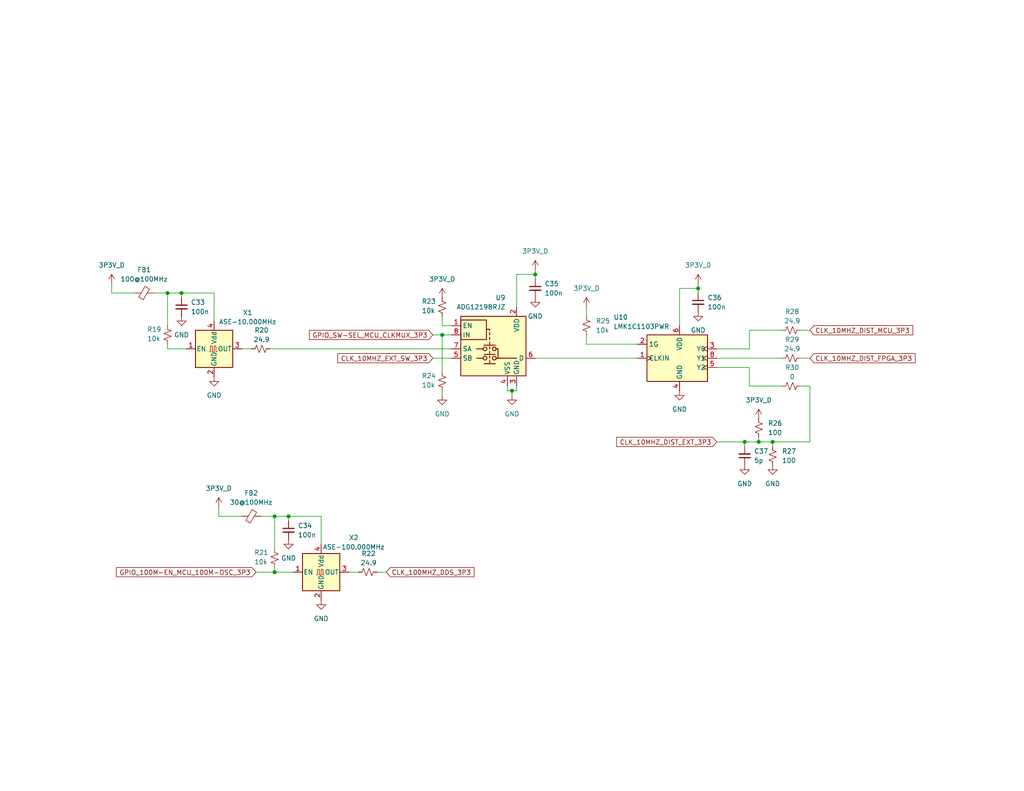
<source format=kicad_sch>
(kicad_sch (version 20231120) (generator "eeschema") (generator_version "8.0")
  (paper "A")
  (title_block (title "ARBITRARY WAVEFORM GENERATOR") (date "2024-09-11") (rev "0.0.1") (company "Tomasz Brzyzek"))
  (lib_symbols
    (symbol "BRZK_CLOCK:LMK1C1103PWR"
      (property "Reference" "U" (at 7.62 11.43 0))
      (property "Value" "LMK1C1103PWR" (at 14.478 8.636 0))
      (symbol "LMK1C1103PWR_0_0"
        (pin input clock (at -11.43 0 0) (length 2.54) (name "CLKIN") (number "1"))
        (pin input line (at -11.43 3.81 0) (length 2.54) (name "1G") (number "2"))
        (pin input clock (at 10.16 2.54 180) (length 2.54) (name "Y0") (number "3"))
        (pin passive line (at 0 -8.89 90) (length 2.54) (name "GND") (number "4"))
        (pin power_in line (at 0 8.89 270) (length 2.54) (name "VDD") (number "6"))
        (pin output clock (at 10.16 0 180) (length 2.54) (name "Y1") (number "8"))
      )
      (symbol "LMK1C1103PWR_1_0"
        (pin output clock (at 10.16 -2.54 180) (length 2.54) (name "Y2") (number "5"))
        (pin no_connect line (at 2.54 -8.89 90) (length 2.54) hide (name "NC") (number "7"))
      )
      (symbol "LMK1C1103PWR_1_1"
        (rectangle (start -8.89 6.35) (end 7.62 -6.35) (stroke (width 0.254)) (fill (type background)))
      )
    )
    (symbol "BRZK_MUX:ADG1219BRJZ"
      (property "Reference" "U" (at 10.922 10.668 0))
      (property "Value" "ADG1219BRJZ" (at 10.922 8.636 0))
      (symbol "ADG1219BRJZ_0_1"
        (rectangle (start -7.62 10.414) (end -0.635 5.08) (stroke (width 0.254)))
        (rectangle (start -7.62 11.43) (end 10.16 -4.826) (stroke (width 0.254)) (fill (type background)))
        (circle (center -1.016 0) (radius 0.508) (stroke (width 0.254)))
        (circle (center -1.016 2.54) (radius 0.508) (stroke (width 0.254)))
        (polyline (pts (xy -1.524 0) (xy -3.302 0)) (stroke (width 0.254)))
        (polyline (pts (xy -1.524 2.54) (xy -3.302 2.54)) (stroke (width 0.254)))
        (polyline (pts (xy -1.27 -1.524) (xy 1.778 -1.524)) (stroke (width 0.254)))
        (polyline (pts (xy -1.27 1.016) (xy 1.778 1.016)) (stroke (width 0.254)))
        (polyline (pts (xy -1.27 3.556) (xy 1.778 3.556)) (stroke (width 0.254)))
        (polyline (pts (xy -0.508 7.874) (xy 0.127 7.874)) (stroke (width 0.254)))
        (polyline (pts (xy 0.254 -1.27) (xy 0.254 -0.635)) (stroke (width 0.254)))
        (polyline (pts (xy 0.254 0) (xy 0.254 0.635)) (stroke (width 0.254)))
        (polyline (pts (xy 0.254 1.27) (xy 0.254 1.905)) (stroke (width 0.254)))
        (polyline (pts (xy 0.254 2.54) (xy 0.254 3.175)) (stroke (width 0.254)))
        (polyline (pts (xy 0.254 3.81) (xy 0.254 4.445)) (stroke (width 0.254)))
        (polyline (pts (xy 0.254 5.08) (xy 0.254 5.715)) (stroke (width 0.254)))
        (polyline (pts (xy 0.254 6.35) (xy 0.254 6.985)) (stroke (width 0.254)))
        (polyline (pts (xy 0.254 7.62) (xy 0.254 7.874)) (stroke (width 0.254)))
        (polyline (pts (xy 2.032 0) (xy 2.54 0)) (stroke (width 0.254)))
        (polyline (pts (xy 2.54 0) (xy 7.62 0)) (stroke (width 0.254)))
        (polyline (pts (xy 1.905 2.54) (xy 2.54 2.54) (xy 2.54 0) (xy 2.032 0)) (stroke (width 0.254)))
        (circle (center 1.524 0) (radius 0.508) (stroke (width 0.254)))
        (circle (center 1.524 2.54) (radius 0.508) (stroke (width 0.254)))
      )
      (symbol "ADG1219BRJZ_1_0"
        (pin bidirectional line (at -10.16 2.54 0) (length 2.54) (name "SA") (number "7"))
        (pin input line (at -10.16 6.35 0) (length 2.54) (name "IN") (number "8"))
      )
      (symbol "ADG1219BRJZ_1_1"
        (pin input line (at -10.16 8.89 0) (length 2.54) (name "EN") (number "1"))
        (pin power_in line (at 7.62 13.97 270) (length 2.54) (name "VDD") (number "2"))
        (pin power_in line (at 7.62 -7.62 90) (length 2.54) (name "GND") (number "3"))
        (pin power_in line (at 5.08 -7.62 90) (length 2.54) (name "VSS") (number "4"))
        (pin bidirectional line (at -10.16 0 0) (length 2.54) (name "SB") (number "5"))
        (pin bidirectional line (at 12.7 0 180) (length 2.54) (name "D") (number "6"))
      )
    )
    (symbol "Device:C_Small" (pin_numbers hide) (pin_names (offset 0.254) hide)
      (property "Reference" "C" (at 0.254 1.778 0))
      (property "Value" "C_Small" (at 0.254 -2.032 0))
      (symbol "C_Small_0_1"
        (polyline (pts (xy -1.524 -0.508) (xy 1.524 -0.508)) (stroke (width 0.3302)))
        (polyline (pts (xy -1.524 0.508) (xy 1.524 0.508)) (stroke (width 0.3048)))
      )
      (symbol "C_Small_1_1"
        (pin passive line (at 0 2.54 270) (length 2.032) (name "~") (number "1"))
        (pin passive line (at 0 -2.54 90) (length 2.032) (name "~") (number "2"))
      )
    )
    (symbol "Device:FerriteBead_Small" (pin_numbers hide) (pin_names (offset 0))
      (property "Reference" "FB" (at 1.905 1.27 0))
      (property "Value" "FerriteBead_Small" (at 1.905 -1.27 0))
      (symbol "FerriteBead_Small_0_1"
        (polyline (pts (xy 0 -1.27) (xy 0 -0.7874)))
        (polyline (pts (xy 0 0.889) (xy 0 1.2954)))
        (polyline (pts (xy -1.8288 0.2794) (xy -1.1176 1.4986) (xy 1.8288 -0.2032) (xy 1.1176 -1.4224) (xy -1.8288 0.2794)))
      )
      (symbol "FerriteBead_Small_1_1"
        (pin passive line (at 0 2.54 270) (length 1.27) (name "~") (number "1"))
        (pin passive line (at 0 -2.54 90) (length 1.27) (name "~") (number "2"))
      )
    )
    (symbol "Device:R_Small_US" (pin_numbers hide) (pin_names (offset 0.254) hide)
      (property "Reference" "R" (at 0.762 0.508 0))
      (property "Value" "R_Small_US" (at 0.762 -1.016 0))
      (symbol "R_Small_US_1_1"
        (polyline (pts (xy 0 0) (xy 1.016 -0.381) (xy 0 -0.762) (xy -1.016 -1.143) (xy 0 -1.524)))
        (polyline (pts (xy 0 1.524) (xy 1.016 1.143) (xy 0 0.762) (xy -1.016 0.381) (xy 0 0)))
        (pin passive line (at 0 2.54 270) (length 1.016) (name "~") (number "1"))
        (pin passive line (at 0 -2.54 90) (length 1.016) (name "~") (number "2"))
      )
    )
    (symbol "Oscillator:ASE-xxxMHz" (pin_names (offset 0.254))
      (property "Reference" "X" (at -5.08 6.35 0))
      (property "Value" "ASE-xxxMHz" (at 1.27 -6.35 0))
      (symbol "ASE-xxxMHz_0_1"
        (rectangle (start -5.08 5.08) (end 5.08 -5.08) (stroke (width 0.254)) (fill (type background)))
        (polyline (pts (xy -1.27 -0.762) (xy -1.016 -0.762) (xy -1.016 0.762) (xy -0.508 0.762) (xy -0.508 -0.762) (xy 0 -0.762) (xy 0 0.762) (xy 0.508 0.762) (xy 0.508 -0.762) (xy 0.762 -0.762)))
      )
      (symbol "ASE-xxxMHz_1_1"
        (pin input line (at -7.62 0 0) (length 2.54) (name "EN") (number "1"))
        (pin power_in line (at 0 -7.62 90) (length 2.54) (name "GND") (number "2"))
        (pin output line (at 7.62 0 180) (length 2.54) (name "OUT") (number "3"))
        (pin power_in line (at 0 7.62 270) (length 2.54) (name "Vdd") (number "4"))
      )
    )
    (symbol "power:+3V3" (power) (pin_numbers hide) (pin_names (offset 0) hide)
      (property "Value" "+3V3" (at 0 3.556 0))
      (symbol "+3V3_0_1"
        (polyline (pts (xy -0.762 1.27) (xy 0 2.54)))
        (polyline (pts (xy 0 0) (xy 0 2.54)))
        (polyline (pts (xy 0 2.54) (xy 0.762 1.27)))
      )
      (symbol "+3V3_1_1"
        (pin power_in line (at 0 0 90) (length 0) (name "~") (number "1"))
      )
    )
    (symbol "power:GND" (power) (pin_numbers hide) (pin_names (offset 0) hide)
      (property "Value" "GND" (at 0 -3.81 0))
      (symbol "GND_0_1"
        (polyline (pts (xy 0 0) (xy 0 -1.27) (xy 1.27 -1.27) (xy 0 -2.54) (xy -1.27 -1.27) (xy 0 -1.27)))
      )
      (symbol "GND_1_1"
        (pin power_in line (at 0 0 270) (length 0) (name "~") (number "1"))
      )
    )
  )
  (junction (at 74.93 140.97))
  (junction (at 207.01 120.65))
  (junction (at 190.5 78.74))
  (junction (at 210.82 120.65))
  (junction (at 146.05 74.93))
  (junction (at 74.93 156.21))
  (junction (at 203.2 120.65))
  (junction (at 49.53 80.01))
  (junction (at 120.65 91.44))
  (junction (at 78.74 140.97))
  (junction (at 139.7 106.68))
  (junction (at 45.72 80.01))
  (wire (pts (xy 45.72 80.01) (xy 45.72 88.9)))
  (wire (pts (xy 45.72 95.25) (xy 45.72 93.98)))
  (wire (pts (xy 95.25 156.21) (xy 97.79 156.21)))
  (wire (pts (xy 49.53 80.01) (xy 58.42 80.01)))
  (wire (pts (xy 69.85 156.21) (xy 74.93 156.21)))
  (wire (pts (xy 190.5 80.01) (xy 190.5 78.74)))
  (wire (pts (xy 203.2 120.65) (xy 203.2 121.92)))
  (wire (pts (xy 87.63 140.97) (xy 87.63 148.59)))
  (wire (pts (xy 195.58 97.79) (xy 213.36 97.79)))
  (wire (pts (xy 73.66 95.25) (xy 123.19 95.25)))
  (wire (pts (xy 123.19 88.9) (xy 120.65 88.9)))
  (wire (pts (xy 195.58 100.33) (xy 204.47 100.33)))
  (wire (pts (xy 160.02 83.82) (xy 160.02 86.36)))
  (wire (pts (xy 185.42 78.74) (xy 185.42 88.9)))
  (wire (pts (xy 220.98 90.17) (xy 218.44 90.17)))
  (wire (pts (xy 210.82 120.65) (xy 210.82 121.92)))
  (wire (pts (xy 207.01 120.65) (xy 210.82 120.65)))
  (wire (pts (xy 140.97 105.41) (xy 140.97 106.68)))
  (wire (pts (xy 66.04 95.25) (xy 68.58 95.25)))
  (wire (pts (xy 195.58 120.65) (xy 203.2 120.65)))
  (wire (pts (xy 120.65 101.6) (xy 120.65 91.44)))
  (wire (pts (xy 71.12 140.97) (xy 74.93 140.97)))
  (wire (pts (xy 203.2 120.65) (xy 207.01 120.65)))
  (wire (pts (xy 146.05 74.93) (xy 140.97 74.93)))
  (wire (pts (xy 173.99 93.98) (xy 160.02 93.98)))
  (wire (pts (xy 204.47 95.25) (xy 195.58 95.25)))
  (wire (pts (xy 80.01 156.21) (xy 74.93 156.21)))
  (wire (pts (xy 74.93 156.21) (xy 74.93 154.94)))
  (wire (pts (xy 120.65 88.9) (xy 120.65 86.36)))
  (wire (pts (xy 220.98 120.65) (xy 210.82 120.65)))
  (wire (pts (xy 59.69 140.97) (xy 59.69 138.43)))
  (wire (pts (xy 139.7 107.95) (xy 139.7 106.68)))
  (wire (pts (xy 36.83 80.01) (xy 30.48 80.01)))
  (wire (pts (xy 120.65 106.68) (xy 120.65 107.95)))
  (wire (pts (xy 41.91 80.01) (xy 45.72 80.01)))
  (wire (pts (xy 218.44 105.41) (xy 220.98 105.41)))
  (wire (pts (xy 190.5 77.47) (xy 190.5 78.74)))
  (wire (pts (xy 120.65 91.44) (xy 123.19 91.44)))
  (wire (pts (xy 30.48 80.01) (xy 30.48 77.47)))
  (wire (pts (xy 213.36 90.17) (xy 204.47 90.17)))
  (wire (pts (xy 45.72 80.01) (xy 49.53 80.01)))
  (wire (pts (xy 139.7 106.68) (xy 138.43 106.68)))
  (wire (pts (xy 204.47 100.33) (xy 204.47 105.41)))
  (wire (pts (xy 50.8 95.25) (xy 45.72 95.25)))
  (wire (pts (xy 118.11 97.79) (xy 123.19 97.79)))
  (wire (pts (xy 74.93 140.97) (xy 74.93 149.86)))
  (wire (pts (xy 49.53 81.28) (xy 49.53 80.01)))
  (wire (pts (xy 139.7 106.68) (xy 140.97 106.68)))
  (wire (pts (xy 146.05 97.79) (xy 173.99 97.79)))
  (wire (pts (xy 58.42 80.01) (xy 58.42 87.63)))
  (wire (pts (xy 118.11 91.44) (xy 120.65 91.44)))
  (wire (pts (xy 78.74 140.97) (xy 87.63 140.97)))
  (wire (pts (xy 138.43 106.68) (xy 138.43 105.41)))
  (wire (pts (xy 220.98 97.79) (xy 218.44 97.79)))
  (wire (pts (xy 140.97 74.93) (xy 140.97 83.82)))
  (wire (pts (xy 102.87 156.21) (xy 105.41 156.21)))
  (wire (pts (xy 146.05 76.2) (xy 146.05 74.93)))
  (wire (pts (xy 66.04 140.97) (xy 59.69 140.97)))
  (wire (pts (xy 204.47 90.17) (xy 204.47 95.25)))
  (wire (pts (xy 160.02 93.98) (xy 160.02 91.44)))
  (wire (pts (xy 220.98 105.41) (xy 220.98 120.65)))
  (wire (pts (xy 207.01 119.38) (xy 207.01 120.65)))
  (wire (pts (xy 74.93 140.97) (xy 78.74 140.97)))
  (wire (pts (xy 146.05 73.66) (xy 146.05 74.93)))
  (wire (pts (xy 78.74 142.24) (xy 78.74 140.97)))
  (wire (pts (xy 204.47 105.41) (xy 213.36 105.41)))
  (wire (pts (xy 190.5 78.74) (xy 185.42 78.74)))
  (global_label "CLK_10MHZ_DIST_MCU_3P3" (shape input) (at 220.98 90.17 0) (property "Intersheetrefs" "${INTERSHEET_REFS}" (effects (hide yes))))
  (global_label "CLK_10MHZ_DIST_FPGA_3P3" (shape input) (at 220.98 97.79 0) (property "Intersheetrefs" "${INTERSHEET_REFS}" (effects (hide yes))))
  (global_label "CLK_100MHZ_DDS_3P3" (shape input) (at 105.41 156.21 0) (property "Intersheetrefs" "${INTERSHEET_REFS}" (effects (hide yes))))
  (global_label "CLK_10MHZ_EXT_SW_3P3" (shape input) (at 118.11 97.79 180) (property "Intersheetrefs" "${INTERSHEET_REFS}" (effects (hide yes))))
  (global_label "CLK_10MHZ_DIST_EXT_3P3" (shape input) (at 195.58 120.65 180) (property "Intersheetrefs" "${INTERSHEET_REFS}" (effects (hide yes))))
  (global_label "GPIO_SW-SEL_MCU_CLKMUX_3P3" (shape input) (at 118.11 91.44 180) (property "Intersheetrefs" "${INTERSHEET_REFS}" (effects (hide yes))))
  (global_label "GPIO_100M-EN_MCU_100M-OSC_3P3" (shape input) (at 69.85 156.21 180) (property "Intersheetrefs" "${INTERSHEET_REFS}" (effects (hide yes))))
  (symbol (lib_id "Device:R_Small_US") (at 215.9 97.79 270) (unit 1)
    (property "Reference" "R29" (at 216.154 92.71 90))
    (property "Value" "24.9" (at 216.154 95.25 90))
    (property "Footprint" "Resistor_SMD:R_0603_1608Metric" (effects (hide yes)))
    (property "Description" "Resistor, small US symbol" (effects (hide yes)))
    (property "LCSC" "C22916" (effects (hide yes)))
    (property "Part Number" "0603WAF249JT5E" (effects (hide yes)))
  )
  (symbol (lib_id "Device:C_Small") (at 49.53 83.82 0) (unit 1)
    (property "Reference" "C33" (at 52.07 82.5563 0) (effects (justify left)))
    (property "Value" "100n" (at 52.07 85.0963 0) (effects (justify left)))
    (property "Footprint" "Capacitor_SMD:C_0603_1608Metric" (effects (hide yes)))
    (property "Description" "Unpolarized capacitor, small symbol" (effects (hide yes)))
    (property "Part Number" "CL10B104JB8NNNC" (effects (hide yes)))
    (property "LCSC" "C24452" (effects (hide yes)))
  )
  (symbol (lib_id "power:GND") (at 49.53 86.36 0) (unit 1)
    (property "Reference" "#PWR073" (effects (hide yes)))
    (property "Value" "GND" (at 49.53 91.44 0))
    (property "Description" "Power symbol creates a global label with name \"GND\" , ground" (effects (hide yes)))
  )
  (symbol (lib_id "power:+3V3") (at 190.5 77.47 0) (unit 1)
    (property "Reference" "#PWR085" (effects (hide yes)))
    (property "Value" "3P3V_D" (at 190.5 72.39 0))
    (property "Description" "Power symbol creates a global label with name \"+3V3\"" (effects (hide yes)))
  )
  (symbol (lib_id "power:+3V3") (at 120.65 81.28 0) (unit 1)
    (property "Reference" "#PWR078" (effects (hide yes)))
    (property "Value" "3P3V_D" (at 120.65 76.2 0))
    (property "Description" "Power symbol creates a global label with name \"+3V3\"" (effects (hide yes)))
  )
  (symbol (lib_id "power:GND") (at 58.42 102.87 0) (unit 1)
    (property "Reference" "#PWR074" (effects (hide yes)))
    (property "Value" "GND" (at 58.42 107.95 0))
    (property "Description" "Power symbol creates a global label with name \"GND\" , ground" (effects (hide yes)))
  )
  (symbol (lib_id "power:+3V3") (at 207.01 114.3 0) (unit 1)
    (property "Reference" "#PWR088" (effects (hide yes)))
    (property "Value" "3P3V_D" (at 207.01 109.22 0))
    (property "Description" "Power symbol creates a global label with name \"+3V3\"" (effects (hide yes)))
  )
  (symbol (lib_id "power:GND") (at 203.2 127 0) (unit 1)
    (property "Reference" "#PWR087" (effects (hide yes)))
    (property "Value" "GND" (at 203.2 132.08 0))
    (property "Description" "Power symbol creates a global label with name \"GND\" , ground" (effects (hide yes)))
  )
  (symbol (lib_id "power:GND") (at 78.74 147.32 0) (unit 1)
    (property "Reference" "#PWR076" (effects (hide yes)))
    (property "Value" "GND" (at 78.74 152.4 0))
    (property "Description" "Power symbol creates a global label with name \"GND\" , ground" (effects (hide yes)))
  )
  (symbol (lib_id "Device:R_Small_US") (at 120.65 104.14 180) (unit 1)
    (property "Reference" "R24" (at 115.062 102.616 0) (effects (justify right)))
    (property "Value" "10k" (at 115.062 105.156 0) (effects (justify right)))
    (property "Footprint" "Resistor_SMD:R_0603_1608Metric" (effects (hide yes)))
    (property "Description" "Resistor, small US symbol" (effects (hide yes)))
    (property "Part Number" "0603WAF1002T5E" (effects (hide yes)))
    (property "LCSC" "C25804" (effects (hide yes)))
  )
  (symbol (lib_id "power:GND") (at 210.82 127 0) (unit 1)
    (property "Reference" "#PWR089" (effects (hide yes)))
    (property "Value" "GND" (at 210.82 132.08 0))
    (property "Description" "Power symbol creates a global label with name \"GND\" , ground" (effects (hide yes)))
  )
  (symbol (lib_id "Device:R_Small_US") (at 71.12 95.25 270) (unit 1)
    (property "Reference" "R20" (at 71.374 90.17 90))
    (property "Value" "24.9" (at 71.374 92.71 90))
    (property "Footprint" "Resistor_SMD:R_0603_1608Metric" (effects (hide yes)))
    (property "Description" "Resistor, small US symbol" (effects (hide yes)))
    (property "LCSC" "C22916" (effects (hide yes)))
    (property "Part Number" "0603WAF249JT5E" (effects (hide yes)))
  )
  (symbol (lib_id "power:GND") (at 185.42 106.68 0) (unit 1)
    (property "Reference" "#PWR084" (effects (hide yes)))
    (property "Value" "GND" (at 185.42 111.76 0))
    (property "Description" "Power symbol creates a global label with name \"GND\" , ground" (effects (hide yes)))
  )
  (symbol (lib_id "Oscillator:ASE-xxxMHz") (at 58.42 95.25 0) (unit 1)
    (property "Reference" "X1" (at 67.564 85.344 0))
    (property "Value" "ASE-10.000MHz" (at 67.564 87.884 0))
    (property "Footprint" "Oscillator:Oscillator_SMD_Abracon_ASE-4Pin_3.2x2.5mm" (effects (hide yes)))
    (property "Datasheet" "http://www.abracon.com/Oscillators/ASV.pdf" (effects (hide yes)))
    (property "Description" "3.3V CMOS SMD Crystal Clock Oscillator, Abracon" (effects (hide yes)))
    (property "Part Number" "ASE-10.000MHz" (effects (hide yes)))
  )
  (symbol (lib_id "BRZK_MUX:ADG1219BRJZ") (at 133.35 97.79 0) (unit 1)
    (property "Reference" "U9" (at 137.9535 81.28 0) (effects (justify right)))
    (property "Value" "ADG1219BRJZ" (at 137.9535 83.82 0) (effects (justify right)))
    (property "Footprint" "Package_TO_SOT_SMD:SOT-23-8" (effects (hide yes)))
    (property "Datasheet" "https://www.analog.com/media/en/technical-documentation/data-sheets/ADG1219.pdf" (effects (hide yes)))
    (property "Description" "Low Capacitance, Low Charge Injection, ±15 V/12 V iCMOS® SPDT in SOT-23" (effects (hide yes)))
    (property "Part Number" "ADG1219BRJZ" (effects (hide yes)))
    (property "LCSC" "C579007" (effects (hide yes)))
  )
  (symbol (lib_id "Device:R_Small_US") (at 210.82 124.46 180) (unit 1)
    (property "Reference" "R27" (at 213.36 123.1899 0) (effects (justify right)))
    (property "Value" "100" (at 213.36 125.7299 0) (effects (justify right)))
    (property "Footprint" "Resistor_SMD:R_0603_1608Metric" (effects (hide yes)))
    (property "Description" "Resistor, small US symbol" (effects (hide yes)))
    (property "LCSC" " C105588" (effects (hide yes)))
    (property "Part Number" "RC0603FR-07100RL" (effects (hide yes)))
  )
  (symbol (lib_id "Device:C_Small") (at 203.2 124.46 180) (unit 1)
    (property "Reference" "C37" (at 205.74 123.1835 0) (effects (justify right)))
    (property "Value" "5p" (at 205.74 125.7235 0) (effects (justify right)))
    (property "Footprint" "Capacitor_SMD:C_0603_1608Metric" (effects (hide yes)))
    (property "Description" "Unpolarized capacitor, small symbol" (effects (hide yes)))
    (property "LCSC" "C327203" (effects (hide yes)))
    (property "Part Number" "CC0603CRNPO9BN5R0" (effects (hide yes)))
  )
  (symbol (lib_id "power:GND") (at 139.7 107.95 0) (unit 1)
    (property "Reference" "#PWR080" (effects (hide yes)))
    (property "Value" "GND" (at 139.7 113.03 0))
    (property "Description" "Power symbol creates a global label with name \"GND\" , ground" (effects (hide yes)))
  )
  (symbol (lib_id "Device:R_Small_US") (at 160.02 88.9 180) (unit 1)
    (property "Reference" "R25" (at 162.56 87.6299 0) (effects (justify right)))
    (property "Value" "10k" (at 162.56 90.1699 0) (effects (justify right)))
    (property "Footprint" "Resistor_SMD:R_0603_1608Metric" (effects (hide yes)))
    (property "Description" "Resistor, small US symbol" (effects (hide yes)))
    (property "Part Number" "0603WAF1002T5E" (effects (hide yes)))
    (property "LCSC" "C25804" (effects (hide yes)))
  )
  (symbol (lib_id "power:GND") (at 120.65 107.95 0) (unit 1)
    (property "Reference" "#PWR079" (effects (hide yes)))
    (property "Value" "GND" (at 120.65 113.03 0))
    (property "Description" "Power symbol creates a global label with name \"GND\" , ground" (effects (hide yes)))
  )
  (symbol (lib_id "power:GND") (at 87.63 163.83 0) (unit 1)
    (property "Reference" "#PWR077" (effects (hide yes)))
    (property "Value" "GND" (at 87.63 168.91 0))
    (property "Description" "Power symbol creates a global label with name \"GND\" , ground" (effects (hide yes)))
  )
  (symbol (lib_id "power:+3V3") (at 59.69 138.43 0) (unit 1)
    (property "Reference" "#PWR075" (effects (hide yes)))
    (property "Value" "3P3V_D" (at 59.69 133.35 0))
    (property "Description" "Power symbol creates a global label with name \"+3V3\"" (effects (hide yes)))
  )
  (symbol (lib_id "Device:C_Small") (at 78.74 144.78 0) (unit 1)
    (property "Reference" "C34" (at 81.28 143.5163 0) (effects (justify left)))
    (property "Value" "100n" (at 81.28 146.0563 0) (effects (justify left)))
    (property "Footprint" "Capacitor_SMD:C_0603_1608Metric" (effects (hide yes)))
    (property "Description" "Unpolarized capacitor, small symbol" (effects (hide yes)))
    (property "Part Number" "CL10B104JB8NNNC" (effects (hide yes)))
    (property "LCSC" "C24452" (effects (hide yes)))
  )
  (symbol (lib_id "Device:R_Small_US") (at 74.93 152.4 180) (unit 1)
    (property "Reference" "R21" (at 69.342 150.876 0) (effects (justify right)))
    (property "Value" "10k" (at 69.342 153.416 0) (effects (justify right)))
    (property "Footprint" "Resistor_SMD:R_0603_1608Metric" (effects (hide yes)))
    (property "Description" "Resistor, small US symbol" (effects (hide yes)))
    (property "Part Number" "0603WAF1002T5E" (effects (hide yes)))
    (property "LCSC" "C25804" (effects (hide yes)))
  )
  (symbol (lib_id "power:+3V3") (at 160.02 83.82 0) (unit 1)
    (property "Reference" "#PWR083" (effects (hide yes)))
    (property "Value" "3P3V_D" (at 160.02 78.74 0))
    (property "Description" "Power symbol creates a global label with name \"+3V3\"" (effects (hide yes)))
  )
  (symbol (lib_id "power:+3V3") (at 146.05 73.66 0) (unit 1)
    (property "Reference" "#PWR081" (effects (hide yes)))
    (property "Value" "3P3V_D" (at 146.05 68.58 0))
    (property "Description" "Power symbol creates a global label with name \"+3V3\"" (effects (hide yes)))
  )
  (symbol (lib_id "Device:R_Small_US") (at 100.33 156.21 270) (unit 1)
    (property "Reference" "R22" (at 100.584 151.13 90))
    (property "Value" "24.9" (at 100.584 153.67 90))
    (property "Footprint" "Resistor_SMD:R_0603_1608Metric" (effects (hide yes)))
    (property "Description" "Resistor, small US symbol" (effects (hide yes)))
    (property "LCSC" "C22916" (effects (hide yes)))
    (property "Part Number" "0603WAF249JT5E" (effects (hide yes)))
  )
  (symbol (lib_id "power:GND") (at 190.5 85.09 0) (unit 1)
    (property "Reference" "#PWR086" (effects (hide yes)))
    (property "Value" "GND" (at 190.5 90.17 0))
    (property "Description" "Power symbol creates a global label with name \"GND\" , ground" (effects (hide yes)))
  )
  (symbol (lib_id "Device:R_Small_US") (at 215.9 105.41 270) (unit 1)
    (property "Reference" "R30" (at 216.154 100.33 90))
    (property "Value" "0" (at 216.154 102.87 90))
    (property "Footprint" "Resistor_SMD:R_0603_1608Metric" (effects (hide yes)))
    (property "Description" "Resistor, small US symbol" (effects (hide yes)))
    (property "LCSC" "C15402" (effects (hide yes)))
    (property "Part Number" "0603WAJ0000T5E" (effects (hide yes)))
  )
  (symbol (lib_id "Device:R_Small_US") (at 120.65 83.82 180) (unit 1)
    (property "Reference" "R23" (at 115.062 82.296 0) (effects (justify right)))
    (property "Value" "10k" (at 115.062 84.836 0) (effects (justify right)))
    (property "Footprint" "Resistor_SMD:R_0603_1608Metric" (effects (hide yes)))
    (property "Description" "Resistor, small US symbol" (effects (hide yes)))
    (property "Part Number" "0603WAF1002T5E" (effects (hide yes)))
    (property "LCSC" "C25804" (effects (hide yes)))
  )
  (symbol (lib_id "Device:FerriteBead_Small") (at 39.37 80.01 90) (unit 1)
    (property "Reference" "FB1" (at 39.3319 73.66 90))
    (property "Value" "100@100MHz" (at 39.3319 76.2 90))
    (property "Footprint" "Inductor_SMD:L_0603_1608Metric" (effects (hide yes)))
    (property "Description" "Ferrite bead, small symbol" (effects (hide yes)))
    (property "Part Number" "FBMA_11_160808101A20T" (effects (hide yes)))
    (property "LCSC" "C491555" (effects (hide yes)))
  )
  (symbol (lib_id "Device:R_Small_US") (at 45.72 91.44 180) (unit 1)
    (property "Reference" "R19" (at 40.132 89.916 0) (effects (justify right)))
    (property "Value" "10k" (at 40.132 92.456 0) (effects (justify right)))
    (property "Footprint" "Resistor_SMD:R_0603_1608Metric" (effects (hide yes)))
    (property "Description" "Resistor, small US symbol" (effects (hide yes)))
    (property "Part Number" "0603WAF1002T5E" (effects (hide yes)))
    (property "LCSC" "C25804" (effects (hide yes)))
  )
  (symbol (lib_id "Device:R_Small_US") (at 215.9 90.17 270) (unit 1)
    (property "Reference" "R28" (at 216.154 85.09 90))
    (property "Value" "24.9" (at 216.154 87.63 90))
    (property "Footprint" "Resistor_SMD:R_0603_1608Metric" (effects (hide yes)))
    (property "Description" "Resistor, small US symbol" (effects (hide yes)))
    (property "LCSC" "C22916" (effects (hide yes)))
    (property "Part Number" "0603WAF249JT5E" (effects (hide yes)))
  )
  (symbol (lib_id "Device:C_Small") (at 146.05 78.74 0) (unit 1)
    (property "Reference" "C35" (at 148.59 77.4763 0) (effects (justify left)))
    (property "Value" "100n" (at 148.59 80.0163 0) (effects (justify left)))
    (property "Footprint" "Capacitor_SMD:C_0603_1608Metric" (effects (hide yes)))
    (property "Description" "Unpolarized capacitor, small symbol" (effects (hide yes)))
    (property "Part Number" "CL10B104JB8NNNC" (effects (hide yes)))
    (property "LCSC" "C24452" (effects (hide yes)))
  )
  (symbol (lib_id "Device:FerriteBead_Small") (at 68.58 140.97 90) (unit 1)
    (property "Reference" "FB2" (at 68.5419 134.62 90))
    (property "Value" "30@100MHz" (at 68.5419 137.16 90))
    (property "Footprint" "Inductor_SMD:L_0603_1608Metric" (effects (hide yes)))
    (property "Description" "Ferrite bead, small symbol" (effects (hide yes)))
    (property "Part Number" "FBMA-11-160808-300A25T" (effects (hide yes)))
    (property "LCSC" "C491547" (effects (hide yes)))
  )
  (symbol (lib_id "Device:R_Small_US") (at 207.01 116.84 180) (unit 1)
    (property "Reference" "R26" (at 209.55 115.5699 0) (effects (justify right)))
    (property "Value" "100" (at 209.55 118.1099 0) (effects (justify right)))
    (property "Footprint" "Resistor_SMD:R_0603_1608Metric" (effects (hide yes)))
    (property "Description" "Resistor, small US symbol" (effects (hide yes)))
    (property "LCSC" " C105588" (effects (hide yes)))
    (property "Part Number" "RC0603FR-07100RL" (effects (hide yes)))
  )
  (symbol (lib_id "Device:C_Small") (at 190.5 82.55 0) (unit 1)
    (property "Reference" "C36" (at 193.04 81.2863 0) (effects (justify left)))
    (property "Value" "100n" (at 193.04 83.8263 0) (effects (justify left)))
    (property "Footprint" "Capacitor_SMD:C_0603_1608Metric" (effects (hide yes)))
    (property "Description" "Unpolarized capacitor, small symbol" (effects (hide yes)))
    (property "Part Number" "CL10B104JB8NNNC" (effects (hide yes)))
    (property "LCSC" "C24452" (effects (hide yes)))
  )
  (symbol (lib_id "Oscillator:ASE-xxxMHz") (at 87.63 156.21 0) (unit 1)
    (property "Reference" "X2" (at 96.52 146.812 0))
    (property "Value" "ASE-100.000MHz" (at 96.52 149.352 0))
    (property "Footprint" "Oscillator:Oscillator_SMD_Abracon_ASE-4Pin_3.2x2.5mm" (effects (hide yes)))
    (property "Datasheet" "http://www.abracon.com/Oscillators/ASV.pdf" (effects (hide yes)))
    (property "Description" "3.3V CMOS SMD Crystal Clock Oscillator, Abracon" (effects (hide yes)))
    (property "Part Number" "ASE-100.000MHz" (effects (hide yes)))
  )
  (symbol (lib_id "power:GND") (at 146.05 81.28 0) (unit 1)
    (property "Reference" "#PWR082" (effects (hide yes)))
    (property "Value" "GND" (at 146.05 86.36 0))
    (property "Description" "Power symbol creates a global label with name \"GND\" , ground" (effects (hide yes)))
  )
  (symbol (lib_id "power:+3V3") (at 30.48 77.47 0) (unit 1)
    (property "Reference" "#PWR072" (effects (hide yes)))
    (property "Value" "3P3V_D" (at 30.48 72.39 0))
    (property "Description" "Power symbol creates a global label with name \"+3V3\"" (effects (hide yes)))
  )
  (symbol (lib_id "BRZK_CLOCK:LMK1C1103PWR") (at 185.42 97.79 0) (unit 1)
    (property "Reference" "U10" (at 167.386 86.614 0) (effects (justify left)))
    (property "Value" "LMK1C1103PWR" (at 167.386 89.154 0) (effects (justify left)))
    (property "Footprint" "Package_SO:TSSOP-8_4.4x3mm_P0.65mm" (effects (hide yes)))
    (property "Datasheet" "https://www.ti.com/lit/ds/symlink/lmk1c1103.pdf" (effects (hide yes)))
    (property "Description" "3-channel output LVCMOS buffer" (effects (hide yes)))
    (property "Part Number" "LMK1C1103PWR" (effects (hide yes)))
    (property "LCSC" "C2873274" (effects (hide yes)))
  )
)
</source>
